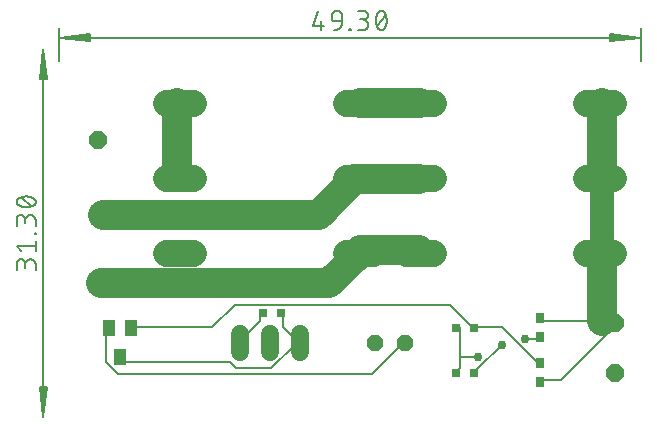
<source format=gbr>
G04 EAGLE Gerber RS-274X export*
G75*
%MOMM*%
%FSLAX34Y34*%
%LPD*%
%INTop Copper*%
%IPPOS*%
%AMOC8*
5,1,8,0,0,1.08239X$1,22.5*%
G01*
%ADD10C,0.130000*%
%ADD11C,0.152400*%
%ADD12C,0.130000*%
%ADD13P,1.429621X8X202.500000*%
%ADD14R,0.800000X0.900000*%
%ADD15P,1.649562X8X22.500000*%
%ADD16C,1.524000*%
%ADD17R,0.800000X0.800000*%
%ADD18R,1.000000X1.400000*%
%ADD19C,2.247900*%
%ADD20C,0.756400*%
%ADD21C,2.500000*%
%ADD22C,0.508000*%
%ADD23C,2.000000*%


D10*
X50000Y708000D02*
X50000Y680500D01*
X543000Y680500D02*
X543000Y708000D01*
X542350Y700000D02*
X50650Y700000D01*
X76000Y703192D01*
X76000Y696808D01*
X50650Y700000D01*
X76000Y701300D01*
X76000Y698700D02*
X50650Y700000D01*
X76000Y702600D01*
X76000Y697400D02*
X50650Y700000D01*
X517000Y703192D02*
X542350Y700000D01*
X517000Y703192D02*
X517000Y696808D01*
X542350Y700000D01*
X517000Y701300D01*
X517000Y698700D02*
X542350Y700000D01*
X517000Y702600D01*
X517000Y697400D02*
X542350Y700000D01*
D11*
X269054Y722763D02*
X265441Y710119D01*
X274472Y710119D01*
X271763Y713732D02*
X271763Y706507D01*
X284685Y713732D02*
X290104Y713732D01*
X284685Y713732D02*
X284567Y713734D01*
X284449Y713740D01*
X284331Y713749D01*
X284214Y713763D01*
X284097Y713780D01*
X283980Y713801D01*
X283865Y713826D01*
X283750Y713855D01*
X283636Y713888D01*
X283524Y713924D01*
X283413Y713964D01*
X283303Y714007D01*
X283194Y714054D01*
X283087Y714104D01*
X282982Y714159D01*
X282879Y714216D01*
X282778Y714277D01*
X282678Y714341D01*
X282581Y714408D01*
X282486Y714478D01*
X282394Y714552D01*
X282303Y714628D01*
X282216Y714708D01*
X282131Y714790D01*
X282049Y714875D01*
X281969Y714962D01*
X281893Y715053D01*
X281819Y715145D01*
X281749Y715240D01*
X281682Y715337D01*
X281618Y715437D01*
X281557Y715538D01*
X281500Y715641D01*
X281445Y715746D01*
X281395Y715853D01*
X281348Y715962D01*
X281305Y716072D01*
X281265Y716183D01*
X281229Y716295D01*
X281196Y716409D01*
X281167Y716524D01*
X281142Y716639D01*
X281121Y716756D01*
X281104Y716873D01*
X281090Y716990D01*
X281081Y717108D01*
X281075Y717226D01*
X281073Y717344D01*
X281073Y718247D01*
X281072Y718247D02*
X281074Y718380D01*
X281080Y718512D01*
X281090Y718644D01*
X281103Y718776D01*
X281121Y718908D01*
X281142Y719038D01*
X281167Y719169D01*
X281196Y719298D01*
X281229Y719426D01*
X281265Y719554D01*
X281305Y719680D01*
X281349Y719805D01*
X281397Y719929D01*
X281448Y720051D01*
X281503Y720172D01*
X281561Y720291D01*
X281623Y720409D01*
X281688Y720524D01*
X281757Y720638D01*
X281828Y720749D01*
X281904Y720858D01*
X281982Y720965D01*
X282063Y721070D01*
X282148Y721172D01*
X282235Y721272D01*
X282325Y721369D01*
X282418Y721464D01*
X282514Y721555D01*
X282612Y721644D01*
X282713Y721730D01*
X282817Y721813D01*
X282923Y721893D01*
X283031Y721969D01*
X283141Y722043D01*
X283254Y722113D01*
X283368Y722180D01*
X283485Y722243D01*
X283603Y722303D01*
X283723Y722360D01*
X283845Y722413D01*
X283968Y722462D01*
X284092Y722508D01*
X284218Y722550D01*
X284345Y722588D01*
X284473Y722623D01*
X284602Y722654D01*
X284731Y722681D01*
X284862Y722704D01*
X284993Y722724D01*
X285125Y722739D01*
X285257Y722751D01*
X285389Y722759D01*
X285522Y722763D01*
X285654Y722763D01*
X285787Y722759D01*
X285919Y722751D01*
X286051Y722739D01*
X286183Y722724D01*
X286314Y722704D01*
X286445Y722681D01*
X286574Y722654D01*
X286703Y722623D01*
X286831Y722588D01*
X286958Y722550D01*
X287084Y722508D01*
X287208Y722462D01*
X287331Y722413D01*
X287453Y722360D01*
X287573Y722303D01*
X287691Y722243D01*
X287808Y722180D01*
X287922Y722113D01*
X288035Y722043D01*
X288145Y721969D01*
X288253Y721893D01*
X288359Y721813D01*
X288463Y721730D01*
X288564Y721644D01*
X288662Y721555D01*
X288758Y721464D01*
X288851Y721369D01*
X288941Y721272D01*
X289028Y721172D01*
X289113Y721070D01*
X289194Y720965D01*
X289272Y720858D01*
X289348Y720749D01*
X289419Y720638D01*
X289488Y720524D01*
X289553Y720409D01*
X289615Y720291D01*
X289673Y720172D01*
X289728Y720051D01*
X289779Y719929D01*
X289827Y719805D01*
X289871Y719680D01*
X289911Y719554D01*
X289947Y719426D01*
X289980Y719298D01*
X290009Y719169D01*
X290034Y719038D01*
X290055Y718908D01*
X290073Y718776D01*
X290086Y718644D01*
X290096Y718512D01*
X290102Y718380D01*
X290104Y718247D01*
X290104Y713732D01*
X290102Y713557D01*
X290096Y713383D01*
X290085Y713209D01*
X290070Y713035D01*
X290051Y712861D01*
X290028Y712688D01*
X290001Y712516D01*
X289969Y712344D01*
X289934Y712173D01*
X289894Y712003D01*
X289850Y711834D01*
X289802Y711666D01*
X289750Y711499D01*
X289694Y711334D01*
X289634Y711170D01*
X289571Y711007D01*
X289503Y710847D01*
X289431Y710687D01*
X289356Y710530D01*
X289276Y710374D01*
X289193Y710221D01*
X289107Y710069D01*
X289016Y709920D01*
X288922Y709773D01*
X288825Y709628D01*
X288724Y709485D01*
X288620Y709345D01*
X288512Y709208D01*
X288401Y709073D01*
X288287Y708941D01*
X288170Y708812D01*
X288049Y708685D01*
X287926Y708562D01*
X287799Y708441D01*
X287670Y708324D01*
X287538Y708210D01*
X287403Y708099D01*
X287266Y707991D01*
X287126Y707887D01*
X286983Y707786D01*
X286838Y707689D01*
X286691Y707595D01*
X286542Y707504D01*
X286390Y707418D01*
X286237Y707335D01*
X286081Y707255D01*
X285924Y707180D01*
X285764Y707108D01*
X285604Y707040D01*
X285441Y706977D01*
X285277Y706917D01*
X285112Y706861D01*
X284945Y706809D01*
X284777Y706761D01*
X284608Y706717D01*
X284438Y706677D01*
X284267Y706642D01*
X284095Y706610D01*
X283923Y706583D01*
X283750Y706560D01*
X283576Y706541D01*
X283402Y706526D01*
X283228Y706515D01*
X283054Y706509D01*
X282879Y706507D01*
X296078Y706507D02*
X296078Y707410D01*
X296981Y707410D01*
X296981Y706507D01*
X296078Y706507D01*
X302956Y706507D02*
X307472Y706507D01*
X307605Y706509D01*
X307737Y706515D01*
X307869Y706525D01*
X308001Y706538D01*
X308133Y706556D01*
X308263Y706577D01*
X308394Y706602D01*
X308523Y706631D01*
X308651Y706664D01*
X308779Y706700D01*
X308905Y706740D01*
X309030Y706784D01*
X309154Y706832D01*
X309276Y706883D01*
X309397Y706938D01*
X309516Y706996D01*
X309634Y707058D01*
X309749Y707123D01*
X309863Y707192D01*
X309974Y707263D01*
X310083Y707339D01*
X310190Y707417D01*
X310295Y707498D01*
X310397Y707583D01*
X310497Y707670D01*
X310594Y707760D01*
X310689Y707853D01*
X310780Y707949D01*
X310869Y708047D01*
X310955Y708148D01*
X311038Y708252D01*
X311118Y708358D01*
X311194Y708466D01*
X311268Y708576D01*
X311338Y708689D01*
X311405Y708803D01*
X311468Y708920D01*
X311528Y709038D01*
X311585Y709158D01*
X311638Y709280D01*
X311687Y709403D01*
X311733Y709527D01*
X311775Y709653D01*
X311813Y709780D01*
X311848Y709908D01*
X311879Y710037D01*
X311906Y710166D01*
X311929Y710297D01*
X311949Y710428D01*
X311964Y710560D01*
X311976Y710692D01*
X311984Y710824D01*
X311988Y710957D01*
X311988Y711089D01*
X311984Y711222D01*
X311976Y711354D01*
X311964Y711486D01*
X311949Y711618D01*
X311929Y711749D01*
X311906Y711880D01*
X311879Y712009D01*
X311848Y712138D01*
X311813Y712266D01*
X311775Y712393D01*
X311733Y712519D01*
X311687Y712643D01*
X311638Y712766D01*
X311585Y712888D01*
X311528Y713008D01*
X311468Y713126D01*
X311405Y713243D01*
X311338Y713357D01*
X311268Y713470D01*
X311194Y713580D01*
X311118Y713688D01*
X311038Y713794D01*
X310955Y713898D01*
X310869Y713999D01*
X310780Y714097D01*
X310689Y714193D01*
X310594Y714286D01*
X310497Y714376D01*
X310397Y714463D01*
X310295Y714548D01*
X310190Y714629D01*
X310083Y714707D01*
X309974Y714783D01*
X309863Y714854D01*
X309749Y714923D01*
X309634Y714988D01*
X309516Y715050D01*
X309397Y715108D01*
X309276Y715163D01*
X309154Y715214D01*
X309030Y715262D01*
X308905Y715306D01*
X308779Y715346D01*
X308651Y715382D01*
X308523Y715415D01*
X308394Y715444D01*
X308263Y715469D01*
X308133Y715490D01*
X308001Y715508D01*
X307869Y715521D01*
X307737Y715531D01*
X307605Y715537D01*
X307472Y715539D01*
X308375Y722763D02*
X302956Y722763D01*
X308375Y722763D02*
X308494Y722761D01*
X308614Y722755D01*
X308733Y722745D01*
X308851Y722731D01*
X308970Y722714D01*
X309087Y722692D01*
X309204Y722667D01*
X309319Y722637D01*
X309434Y722604D01*
X309548Y722567D01*
X309660Y722527D01*
X309771Y722482D01*
X309880Y722434D01*
X309988Y722383D01*
X310094Y722328D01*
X310198Y722269D01*
X310300Y722207D01*
X310400Y722142D01*
X310498Y722073D01*
X310594Y722001D01*
X310687Y721926D01*
X310777Y721849D01*
X310865Y721768D01*
X310950Y721684D01*
X311032Y721597D01*
X311112Y721508D01*
X311188Y721416D01*
X311262Y721322D01*
X311332Y721225D01*
X311399Y721127D01*
X311463Y721026D01*
X311523Y720922D01*
X311580Y720817D01*
X311633Y720710D01*
X311683Y720602D01*
X311729Y720492D01*
X311771Y720380D01*
X311810Y720267D01*
X311845Y720153D01*
X311876Y720038D01*
X311904Y719921D01*
X311927Y719804D01*
X311947Y719687D01*
X311963Y719568D01*
X311975Y719449D01*
X311983Y719330D01*
X311987Y719211D01*
X311987Y719091D01*
X311983Y718972D01*
X311975Y718853D01*
X311963Y718734D01*
X311947Y718615D01*
X311927Y718498D01*
X311904Y718381D01*
X311876Y718264D01*
X311845Y718149D01*
X311810Y718035D01*
X311771Y717922D01*
X311729Y717810D01*
X311683Y717700D01*
X311633Y717592D01*
X311580Y717485D01*
X311523Y717380D01*
X311463Y717276D01*
X311399Y717175D01*
X311332Y717077D01*
X311262Y716980D01*
X311188Y716886D01*
X311112Y716794D01*
X311032Y716705D01*
X310950Y716618D01*
X310865Y716534D01*
X310777Y716453D01*
X310687Y716376D01*
X310594Y716301D01*
X310498Y716229D01*
X310400Y716160D01*
X310300Y716095D01*
X310198Y716033D01*
X310094Y715974D01*
X309988Y715919D01*
X309880Y715868D01*
X309771Y715820D01*
X309660Y715775D01*
X309548Y715735D01*
X309434Y715698D01*
X309319Y715665D01*
X309204Y715635D01*
X309087Y715610D01*
X308970Y715588D01*
X308851Y715571D01*
X308733Y715557D01*
X308614Y715547D01*
X308494Y715541D01*
X308375Y715539D01*
X308375Y715538D02*
X304762Y715538D01*
X318588Y714635D02*
X318592Y714955D01*
X318603Y715274D01*
X318622Y715594D01*
X318649Y715912D01*
X318683Y716230D01*
X318725Y716547D01*
X318775Y716863D01*
X318832Y717178D01*
X318896Y717491D01*
X318968Y717803D01*
X319047Y718113D01*
X319134Y718420D01*
X319228Y718726D01*
X319329Y719029D01*
X319438Y719330D01*
X319553Y719628D01*
X319676Y719924D01*
X319806Y720216D01*
X319943Y720505D01*
X319942Y720506D02*
X319981Y720614D01*
X320024Y720721D01*
X320070Y720826D01*
X320121Y720930D01*
X320174Y721032D01*
X320231Y721132D01*
X320292Y721230D01*
X320356Y721325D01*
X320423Y721419D01*
X320494Y721510D01*
X320567Y721599D01*
X320644Y721685D01*
X320723Y721768D01*
X320805Y721849D01*
X320890Y721927D01*
X320978Y722001D01*
X321068Y722073D01*
X321160Y722141D01*
X321255Y722207D01*
X321352Y722269D01*
X321451Y722327D01*
X321553Y722383D01*
X321655Y722434D01*
X321760Y722482D01*
X321866Y722527D01*
X321974Y722568D01*
X322083Y722605D01*
X322193Y722638D01*
X322305Y722667D01*
X322417Y722693D01*
X322530Y722715D01*
X322644Y722732D01*
X322758Y722746D01*
X322873Y722756D01*
X322988Y722762D01*
X323103Y722764D01*
X323103Y722763D02*
X323218Y722761D01*
X323333Y722755D01*
X323448Y722745D01*
X323562Y722731D01*
X323676Y722714D01*
X323789Y722692D01*
X323901Y722666D01*
X324013Y722637D01*
X324123Y722604D01*
X324232Y722567D01*
X324340Y722526D01*
X324446Y722481D01*
X324551Y722433D01*
X324653Y722382D01*
X324754Y722326D01*
X324854Y722268D01*
X324951Y722206D01*
X325045Y722141D01*
X325138Y722072D01*
X325228Y722000D01*
X325316Y721926D01*
X325401Y721848D01*
X325483Y721767D01*
X325562Y721684D01*
X325639Y721598D01*
X325712Y721509D01*
X325783Y721418D01*
X325850Y721324D01*
X325914Y721229D01*
X325975Y721131D01*
X326032Y721031D01*
X326085Y720929D01*
X326136Y720825D01*
X326182Y720720D01*
X326225Y720613D01*
X326264Y720505D01*
X326263Y720505D02*
X326400Y720216D01*
X326530Y719924D01*
X326653Y719628D01*
X326768Y719330D01*
X326877Y719029D01*
X326978Y718726D01*
X327072Y718420D01*
X327159Y718113D01*
X327238Y717803D01*
X327310Y717491D01*
X327374Y717178D01*
X327431Y716863D01*
X327481Y716547D01*
X327523Y716230D01*
X327557Y715912D01*
X327584Y715594D01*
X327603Y715274D01*
X327614Y714955D01*
X327618Y714635D01*
X318588Y714635D02*
X318592Y714315D01*
X318603Y713996D01*
X318622Y713676D01*
X318649Y713358D01*
X318683Y713040D01*
X318725Y712723D01*
X318775Y712407D01*
X318832Y712092D01*
X318896Y711779D01*
X318968Y711467D01*
X319047Y711157D01*
X319134Y710850D01*
X319228Y710544D01*
X319329Y710241D01*
X319438Y709940D01*
X319553Y709642D01*
X319676Y709346D01*
X319806Y709054D01*
X319943Y708765D01*
X319942Y708765D02*
X319981Y708657D01*
X320024Y708550D01*
X320070Y708445D01*
X320121Y708341D01*
X320174Y708239D01*
X320231Y708139D01*
X320292Y708041D01*
X320356Y707946D01*
X320423Y707852D01*
X320494Y707761D01*
X320567Y707672D01*
X320644Y707586D01*
X320723Y707503D01*
X320805Y707422D01*
X320890Y707344D01*
X320978Y707270D01*
X321068Y707198D01*
X321161Y707129D01*
X321255Y707064D01*
X321352Y707002D01*
X321452Y706944D01*
X321553Y706888D01*
X321655Y706837D01*
X321760Y706789D01*
X321866Y706744D01*
X321974Y706703D01*
X322083Y706666D01*
X322193Y706633D01*
X322305Y706604D01*
X322417Y706578D01*
X322530Y706556D01*
X322644Y706539D01*
X322758Y706525D01*
X322873Y706515D01*
X322988Y706509D01*
X323103Y706507D01*
X326263Y708765D02*
X326400Y709054D01*
X326530Y709346D01*
X326653Y709642D01*
X326768Y709940D01*
X326877Y710241D01*
X326978Y710544D01*
X327072Y710850D01*
X327159Y711157D01*
X327238Y711467D01*
X327310Y711779D01*
X327374Y712092D01*
X327431Y712407D01*
X327481Y712723D01*
X327523Y713040D01*
X327557Y713358D01*
X327584Y713676D01*
X327603Y713996D01*
X327614Y714315D01*
X327618Y714635D01*
X326264Y708765D02*
X326225Y708657D01*
X326182Y708550D01*
X326136Y708445D01*
X326085Y708341D01*
X326032Y708239D01*
X325975Y708139D01*
X325914Y708041D01*
X325850Y707946D01*
X325783Y707852D01*
X325712Y707761D01*
X325639Y707672D01*
X325562Y707586D01*
X325483Y707503D01*
X325401Y707422D01*
X325316Y707344D01*
X325228Y707270D01*
X325138Y707198D01*
X325045Y707129D01*
X324951Y707064D01*
X324854Y707002D01*
X324754Y706944D01*
X324653Y706888D01*
X324550Y706837D01*
X324446Y706789D01*
X324340Y706744D01*
X324232Y706703D01*
X324123Y706666D01*
X324013Y706633D01*
X323901Y706604D01*
X323789Y706578D01*
X323676Y706556D01*
X323562Y706539D01*
X323448Y706525D01*
X323333Y706515D01*
X323218Y706509D01*
X323103Y706507D01*
X319491Y710119D02*
X326715Y719151D01*
D12*
X37000Y691000D03*
X37000Y378000D03*
D10*
X37000Y378650D02*
X37000Y690350D01*
X33808Y665000D01*
X40192Y665000D01*
X37000Y690350D01*
X35700Y665000D01*
X38300Y665000D02*
X37000Y690350D01*
X34400Y665000D01*
X39600Y665000D02*
X37000Y690350D01*
X33808Y404000D02*
X37000Y378650D01*
X33808Y404000D02*
X40192Y404000D01*
X37000Y378650D01*
X35700Y404000D01*
X38300Y404000D02*
X37000Y378650D01*
X34400Y404000D01*
X39600Y404000D02*
X37000Y378650D01*
D11*
X30493Y503441D02*
X30493Y507957D01*
X30491Y508090D01*
X30485Y508222D01*
X30475Y508354D01*
X30462Y508486D01*
X30444Y508618D01*
X30423Y508748D01*
X30398Y508879D01*
X30369Y509008D01*
X30336Y509136D01*
X30300Y509264D01*
X30260Y509390D01*
X30216Y509515D01*
X30168Y509639D01*
X30117Y509761D01*
X30062Y509882D01*
X30004Y510001D01*
X29942Y510119D01*
X29877Y510234D01*
X29808Y510348D01*
X29737Y510459D01*
X29661Y510568D01*
X29583Y510675D01*
X29502Y510780D01*
X29417Y510882D01*
X29330Y510982D01*
X29240Y511079D01*
X29147Y511174D01*
X29051Y511265D01*
X28953Y511354D01*
X28852Y511440D01*
X28748Y511523D01*
X28642Y511603D01*
X28534Y511679D01*
X28424Y511753D01*
X28311Y511823D01*
X28197Y511890D01*
X28080Y511953D01*
X27962Y512013D01*
X27842Y512070D01*
X27720Y512123D01*
X27597Y512172D01*
X27473Y512218D01*
X27347Y512260D01*
X27220Y512298D01*
X27092Y512333D01*
X26963Y512364D01*
X26834Y512391D01*
X26703Y512414D01*
X26572Y512434D01*
X26440Y512449D01*
X26308Y512461D01*
X26176Y512469D01*
X26043Y512473D01*
X25911Y512473D01*
X25778Y512469D01*
X25646Y512461D01*
X25514Y512449D01*
X25382Y512434D01*
X25251Y512414D01*
X25120Y512391D01*
X24991Y512364D01*
X24862Y512333D01*
X24734Y512298D01*
X24607Y512260D01*
X24481Y512218D01*
X24357Y512172D01*
X24234Y512123D01*
X24112Y512070D01*
X23992Y512013D01*
X23874Y511953D01*
X23757Y511890D01*
X23643Y511823D01*
X23530Y511753D01*
X23420Y511679D01*
X23312Y511603D01*
X23206Y511523D01*
X23102Y511440D01*
X23001Y511354D01*
X22903Y511265D01*
X22807Y511174D01*
X22714Y511079D01*
X22624Y510982D01*
X22537Y510882D01*
X22452Y510780D01*
X22371Y510675D01*
X22293Y510568D01*
X22217Y510459D01*
X22146Y510348D01*
X22077Y510234D01*
X22012Y510119D01*
X21950Y510001D01*
X21892Y509882D01*
X21837Y509761D01*
X21786Y509639D01*
X21738Y509515D01*
X21694Y509390D01*
X21654Y509264D01*
X21618Y509136D01*
X21585Y509008D01*
X21556Y508879D01*
X21531Y508748D01*
X21510Y508618D01*
X21492Y508486D01*
X21479Y508354D01*
X21469Y508222D01*
X21463Y508090D01*
X21461Y507957D01*
X14237Y508860D02*
X14237Y503441D01*
X14237Y508860D02*
X14239Y508979D01*
X14245Y509099D01*
X14255Y509218D01*
X14269Y509336D01*
X14286Y509455D01*
X14308Y509572D01*
X14333Y509689D01*
X14363Y509804D01*
X14396Y509919D01*
X14433Y510033D01*
X14473Y510145D01*
X14518Y510256D01*
X14566Y510365D01*
X14617Y510473D01*
X14672Y510579D01*
X14731Y510683D01*
X14793Y510785D01*
X14858Y510885D01*
X14927Y510983D01*
X14999Y511079D01*
X15074Y511172D01*
X15151Y511262D01*
X15232Y511350D01*
X15316Y511435D01*
X15403Y511517D01*
X15492Y511597D01*
X15584Y511673D01*
X15678Y511747D01*
X15775Y511817D01*
X15873Y511884D01*
X15974Y511948D01*
X16078Y512008D01*
X16183Y512065D01*
X16290Y512118D01*
X16398Y512168D01*
X16508Y512214D01*
X16620Y512256D01*
X16733Y512295D01*
X16847Y512330D01*
X16962Y512361D01*
X17079Y512389D01*
X17196Y512412D01*
X17313Y512432D01*
X17432Y512448D01*
X17551Y512460D01*
X17670Y512468D01*
X17789Y512472D01*
X17909Y512472D01*
X18028Y512468D01*
X18147Y512460D01*
X18266Y512448D01*
X18385Y512432D01*
X18502Y512412D01*
X18619Y512389D01*
X18736Y512361D01*
X18851Y512330D01*
X18965Y512295D01*
X19078Y512256D01*
X19190Y512214D01*
X19300Y512168D01*
X19408Y512118D01*
X19515Y512065D01*
X19620Y512008D01*
X19724Y511948D01*
X19825Y511884D01*
X19923Y511817D01*
X20020Y511747D01*
X20114Y511673D01*
X20206Y511597D01*
X20295Y511517D01*
X20382Y511435D01*
X20466Y511350D01*
X20547Y511262D01*
X20624Y511172D01*
X20699Y511079D01*
X20771Y510983D01*
X20840Y510885D01*
X20905Y510785D01*
X20967Y510683D01*
X21026Y510579D01*
X21081Y510473D01*
X21132Y510365D01*
X21180Y510256D01*
X21225Y510145D01*
X21265Y510033D01*
X21302Y509919D01*
X21335Y509804D01*
X21365Y509689D01*
X21390Y509572D01*
X21412Y509455D01*
X21429Y509336D01*
X21443Y509218D01*
X21453Y509099D01*
X21459Y508979D01*
X21461Y508860D01*
X21462Y508860D02*
X21462Y505248D01*
X17849Y519073D02*
X14237Y523588D01*
X30493Y523588D01*
X30493Y519073D02*
X30493Y528104D01*
X30493Y534078D02*
X29590Y534078D01*
X29590Y534981D01*
X30493Y534981D01*
X30493Y534078D01*
X30493Y540956D02*
X30493Y545472D01*
X30491Y545605D01*
X30485Y545737D01*
X30475Y545869D01*
X30462Y546001D01*
X30444Y546133D01*
X30423Y546263D01*
X30398Y546394D01*
X30369Y546523D01*
X30336Y546651D01*
X30300Y546779D01*
X30260Y546905D01*
X30216Y547030D01*
X30168Y547154D01*
X30117Y547276D01*
X30062Y547397D01*
X30004Y547516D01*
X29942Y547634D01*
X29877Y547749D01*
X29808Y547863D01*
X29737Y547974D01*
X29661Y548083D01*
X29583Y548190D01*
X29502Y548295D01*
X29417Y548397D01*
X29330Y548497D01*
X29240Y548594D01*
X29147Y548689D01*
X29051Y548780D01*
X28953Y548869D01*
X28852Y548955D01*
X28748Y549038D01*
X28642Y549118D01*
X28534Y549194D01*
X28424Y549268D01*
X28311Y549338D01*
X28197Y549405D01*
X28080Y549468D01*
X27962Y549528D01*
X27842Y549585D01*
X27720Y549638D01*
X27597Y549687D01*
X27473Y549733D01*
X27347Y549775D01*
X27220Y549813D01*
X27092Y549848D01*
X26963Y549879D01*
X26834Y549906D01*
X26703Y549929D01*
X26572Y549949D01*
X26440Y549964D01*
X26308Y549976D01*
X26176Y549984D01*
X26043Y549988D01*
X25911Y549988D01*
X25778Y549984D01*
X25646Y549976D01*
X25514Y549964D01*
X25382Y549949D01*
X25251Y549929D01*
X25120Y549906D01*
X24991Y549879D01*
X24862Y549848D01*
X24734Y549813D01*
X24607Y549775D01*
X24481Y549733D01*
X24357Y549687D01*
X24234Y549638D01*
X24112Y549585D01*
X23992Y549528D01*
X23874Y549468D01*
X23757Y549405D01*
X23643Y549338D01*
X23530Y549268D01*
X23420Y549194D01*
X23312Y549118D01*
X23206Y549038D01*
X23102Y548955D01*
X23001Y548869D01*
X22903Y548780D01*
X22807Y548689D01*
X22714Y548594D01*
X22624Y548497D01*
X22537Y548397D01*
X22452Y548295D01*
X22371Y548190D01*
X22293Y548083D01*
X22217Y547974D01*
X22146Y547863D01*
X22077Y547749D01*
X22012Y547634D01*
X21950Y547516D01*
X21892Y547397D01*
X21837Y547276D01*
X21786Y547154D01*
X21738Y547030D01*
X21694Y546905D01*
X21654Y546779D01*
X21618Y546651D01*
X21585Y546523D01*
X21556Y546394D01*
X21531Y546263D01*
X21510Y546133D01*
X21492Y546001D01*
X21479Y545869D01*
X21469Y545737D01*
X21463Y545605D01*
X21461Y545472D01*
X14237Y546375D02*
X14237Y540956D01*
X14237Y546375D02*
X14239Y546494D01*
X14245Y546614D01*
X14255Y546733D01*
X14269Y546851D01*
X14286Y546970D01*
X14308Y547087D01*
X14333Y547204D01*
X14363Y547319D01*
X14396Y547434D01*
X14433Y547548D01*
X14473Y547660D01*
X14518Y547771D01*
X14566Y547880D01*
X14617Y547988D01*
X14672Y548094D01*
X14731Y548198D01*
X14793Y548300D01*
X14858Y548400D01*
X14927Y548498D01*
X14999Y548594D01*
X15074Y548687D01*
X15151Y548777D01*
X15232Y548865D01*
X15316Y548950D01*
X15403Y549032D01*
X15492Y549112D01*
X15584Y549188D01*
X15678Y549262D01*
X15775Y549332D01*
X15873Y549399D01*
X15974Y549463D01*
X16078Y549523D01*
X16183Y549580D01*
X16290Y549633D01*
X16398Y549683D01*
X16508Y549729D01*
X16620Y549771D01*
X16733Y549810D01*
X16847Y549845D01*
X16962Y549876D01*
X17079Y549904D01*
X17196Y549927D01*
X17313Y549947D01*
X17432Y549963D01*
X17551Y549975D01*
X17670Y549983D01*
X17789Y549987D01*
X17909Y549987D01*
X18028Y549983D01*
X18147Y549975D01*
X18266Y549963D01*
X18385Y549947D01*
X18502Y549927D01*
X18619Y549904D01*
X18736Y549876D01*
X18851Y549845D01*
X18965Y549810D01*
X19078Y549771D01*
X19190Y549729D01*
X19300Y549683D01*
X19408Y549633D01*
X19515Y549580D01*
X19620Y549523D01*
X19724Y549463D01*
X19825Y549399D01*
X19923Y549332D01*
X20020Y549262D01*
X20114Y549188D01*
X20206Y549112D01*
X20295Y549032D01*
X20382Y548950D01*
X20466Y548865D01*
X20547Y548777D01*
X20624Y548687D01*
X20699Y548594D01*
X20771Y548498D01*
X20840Y548400D01*
X20905Y548300D01*
X20967Y548198D01*
X21026Y548094D01*
X21081Y547988D01*
X21132Y547880D01*
X21180Y547771D01*
X21225Y547660D01*
X21265Y547548D01*
X21302Y547434D01*
X21335Y547319D01*
X21365Y547204D01*
X21390Y547087D01*
X21412Y546970D01*
X21429Y546851D01*
X21443Y546733D01*
X21453Y546614D01*
X21459Y546494D01*
X21461Y546375D01*
X21462Y546375D02*
X21462Y542762D01*
X22365Y556588D02*
X22045Y556592D01*
X21726Y556603D01*
X21406Y556622D01*
X21088Y556649D01*
X20770Y556683D01*
X20453Y556725D01*
X20137Y556775D01*
X19822Y556832D01*
X19509Y556896D01*
X19197Y556968D01*
X18887Y557047D01*
X18580Y557134D01*
X18274Y557228D01*
X17971Y557329D01*
X17670Y557438D01*
X17372Y557553D01*
X17076Y557676D01*
X16784Y557806D01*
X16495Y557943D01*
X16494Y557943D02*
X16386Y557982D01*
X16279Y558025D01*
X16174Y558071D01*
X16071Y558121D01*
X15969Y558175D01*
X15869Y558232D01*
X15771Y558293D01*
X15675Y558357D01*
X15582Y558424D01*
X15491Y558494D01*
X15402Y558568D01*
X15316Y558644D01*
X15233Y558724D01*
X15152Y558806D01*
X15074Y558891D01*
X15000Y558978D01*
X14928Y559069D01*
X14859Y559161D01*
X14794Y559256D01*
X14732Y559353D01*
X14673Y559452D01*
X14618Y559553D01*
X14567Y559656D01*
X14519Y559761D01*
X14474Y559867D01*
X14433Y559974D01*
X14396Y560083D01*
X14363Y560194D01*
X14334Y560305D01*
X14308Y560417D01*
X14286Y560530D01*
X14269Y560644D01*
X14255Y560758D01*
X14245Y560873D01*
X14239Y560988D01*
X14237Y561103D01*
X14239Y561218D01*
X14245Y561333D01*
X14255Y561448D01*
X14269Y561562D01*
X14286Y561676D01*
X14308Y561789D01*
X14334Y561901D01*
X14363Y562013D01*
X14396Y562123D01*
X14433Y562232D01*
X14474Y562340D01*
X14519Y562446D01*
X14567Y562551D01*
X14618Y562653D01*
X14674Y562755D01*
X14732Y562854D01*
X14794Y562951D01*
X14860Y563046D01*
X14928Y563138D01*
X15000Y563228D01*
X15074Y563316D01*
X15152Y563401D01*
X15233Y563483D01*
X15316Y563562D01*
X15402Y563639D01*
X15491Y563712D01*
X15582Y563783D01*
X15676Y563850D01*
X15771Y563914D01*
X15869Y563975D01*
X15969Y564032D01*
X16071Y564085D01*
X16175Y564136D01*
X16280Y564182D01*
X16387Y564225D01*
X16495Y564264D01*
X16495Y564263D02*
X16784Y564400D01*
X17076Y564530D01*
X17372Y564653D01*
X17670Y564768D01*
X17971Y564877D01*
X18274Y564978D01*
X18580Y565072D01*
X18887Y565159D01*
X19197Y565238D01*
X19509Y565310D01*
X19822Y565374D01*
X20137Y565431D01*
X20453Y565481D01*
X20770Y565523D01*
X21088Y565557D01*
X21406Y565584D01*
X21726Y565603D01*
X22045Y565614D01*
X22365Y565618D01*
X22365Y556588D02*
X22685Y556592D01*
X23004Y556603D01*
X23324Y556622D01*
X23642Y556649D01*
X23960Y556683D01*
X24277Y556725D01*
X24593Y556775D01*
X24908Y556832D01*
X25221Y556896D01*
X25533Y556968D01*
X25843Y557047D01*
X26150Y557134D01*
X26456Y557228D01*
X26759Y557329D01*
X27060Y557438D01*
X27358Y557553D01*
X27654Y557676D01*
X27946Y557806D01*
X28235Y557943D01*
X28236Y557942D02*
X28344Y557981D01*
X28451Y558024D01*
X28556Y558070D01*
X28660Y558121D01*
X28762Y558174D01*
X28862Y558231D01*
X28960Y558292D01*
X29055Y558356D01*
X29149Y558423D01*
X29240Y558494D01*
X29329Y558567D01*
X29415Y558644D01*
X29498Y558723D01*
X29579Y558805D01*
X29657Y558890D01*
X29731Y558978D01*
X29803Y559068D01*
X29872Y559161D01*
X29937Y559255D01*
X29999Y559352D01*
X30057Y559452D01*
X30113Y559553D01*
X30164Y559655D01*
X30212Y559760D01*
X30257Y559866D01*
X30298Y559974D01*
X30335Y560083D01*
X30368Y560193D01*
X30397Y560305D01*
X30423Y560417D01*
X30445Y560530D01*
X30462Y560644D01*
X30476Y560758D01*
X30486Y560873D01*
X30492Y560988D01*
X30494Y561103D01*
X28235Y564263D02*
X27946Y564400D01*
X27654Y564530D01*
X27358Y564653D01*
X27060Y564768D01*
X26759Y564877D01*
X26456Y564978D01*
X26150Y565072D01*
X25843Y565159D01*
X25533Y565238D01*
X25221Y565310D01*
X24908Y565374D01*
X24593Y565431D01*
X24277Y565481D01*
X23960Y565523D01*
X23642Y565557D01*
X23324Y565584D01*
X23004Y565603D01*
X22685Y565614D01*
X22365Y565618D01*
X28235Y564264D02*
X28343Y564225D01*
X28450Y564182D01*
X28555Y564136D01*
X28659Y564085D01*
X28761Y564032D01*
X28861Y563975D01*
X28959Y563914D01*
X29054Y563850D01*
X29148Y563783D01*
X29239Y563712D01*
X29328Y563639D01*
X29414Y563562D01*
X29497Y563483D01*
X29578Y563401D01*
X29656Y563316D01*
X29730Y563228D01*
X29802Y563138D01*
X29871Y563045D01*
X29936Y562951D01*
X29998Y562854D01*
X30056Y562754D01*
X30112Y562653D01*
X30163Y562550D01*
X30211Y562446D01*
X30256Y562340D01*
X30297Y562232D01*
X30334Y562123D01*
X30367Y562013D01*
X30396Y561901D01*
X30422Y561789D01*
X30444Y561676D01*
X30461Y561562D01*
X30475Y561448D01*
X30485Y561333D01*
X30491Y561218D01*
X30493Y561103D01*
X26881Y557491D02*
X17849Y564715D01*
D13*
X342900Y441800D03*
X317500Y441800D03*
D14*
X457200Y462438D03*
X457200Y446562D03*
X457200Y424338D03*
X457200Y408462D03*
D15*
X520700Y458310D03*
X520700Y416400D03*
D16*
X254000Y434180D02*
X254000Y449420D01*
X228600Y449420D02*
X228600Y434180D01*
X203200Y434180D02*
X203200Y449420D01*
D17*
X386080Y416400D03*
X401320Y416400D03*
X222980Y466900D03*
X238220Y466900D03*
X386080Y454500D03*
X401320Y454500D03*
D18*
X111100Y453800D03*
X101600Y429800D03*
X92100Y453800D03*
D19*
X293561Y645000D02*
X316040Y645000D01*
X163640Y645000D02*
X141161Y645000D01*
X496761Y645000D02*
X519240Y645000D01*
X366840Y645000D02*
X344361Y645000D01*
X316040Y581500D02*
X293561Y581500D01*
X163640Y581500D02*
X141161Y581500D01*
X496761Y581500D02*
X519240Y581500D01*
X366840Y581500D02*
X344361Y581500D01*
X316040Y518000D02*
X293561Y518000D01*
X163640Y518000D02*
X141161Y518000D01*
X496761Y518000D02*
X519240Y518000D01*
X366840Y518000D02*
X344361Y518000D01*
D15*
X83000Y613000D03*
X85000Y552000D03*
X86000Y492000D03*
D11*
X390000Y455000D02*
X390000Y430000D01*
X390000Y420000D01*
X386080Y416400D01*
X386080Y454500D02*
X390000Y455000D01*
X390000Y430000D02*
X405000Y430000D01*
D20*
X405000Y430000D03*
D11*
X240000Y455000D02*
X240000Y466947D01*
X240000Y455000D02*
X250000Y445000D01*
X240000Y466947D02*
X238220Y466900D01*
X250000Y445000D02*
X254000Y441800D01*
X195000Y425000D02*
X105000Y425000D01*
X195000Y425000D02*
X200000Y420000D01*
X230000Y420000D01*
X250000Y440000D01*
X105000Y425000D02*
X101600Y429800D01*
X250000Y440000D02*
X254000Y441800D01*
X405000Y455000D02*
X425000Y455000D01*
X455000Y425000D01*
X405000Y455000D02*
X401320Y454500D01*
X455000Y425000D02*
X457200Y424338D01*
X180000Y455000D02*
X115000Y455000D01*
X180000Y455000D02*
X199000Y474000D01*
X381000Y474000D01*
X400000Y455000D01*
X115000Y455000D02*
X111100Y453800D01*
X400000Y455000D02*
X401320Y454500D01*
X425000Y440000D02*
X405000Y420000D01*
X445000Y445000D02*
X455000Y445000D01*
X405000Y420000D02*
X401320Y416400D01*
X455000Y445000D02*
X457200Y446562D01*
D20*
X425000Y440000D03*
X445000Y445000D03*
D21*
X300000Y580000D02*
X270000Y550000D01*
D11*
X300000Y580000D02*
X304800Y581500D01*
D21*
X305000Y580000D02*
X355000Y580000D01*
D11*
X355600Y581500D01*
X305000Y580000D02*
X304800Y581500D01*
D21*
X270000Y550000D02*
X87000Y550000D01*
D22*
X85000Y552000D01*
D21*
X278800Y492000D02*
X304800Y518000D01*
X278800Y492000D02*
X123493Y492000D01*
X305000Y520000D02*
X355000Y520000D01*
D11*
X355600Y518000D01*
X305000Y520000D02*
X304800Y518000D01*
D21*
X123493Y492000D02*
X86000Y492000D01*
D11*
X90000Y450000D02*
X90000Y425000D01*
X100000Y415000D01*
X315000Y415000D01*
X340000Y440000D01*
X92100Y453800D02*
X90000Y450000D01*
X340000Y440000D02*
X342900Y441800D01*
X460000Y410000D02*
X475000Y410000D01*
X520000Y455000D01*
X460000Y410000D02*
X457200Y408462D01*
X520000Y455000D02*
X520700Y458310D01*
X520000Y460000D02*
X510000Y460000D01*
X460000Y460000D01*
X457200Y462438D01*
X520000Y460000D02*
X520700Y458310D01*
D21*
X510000Y460000D02*
X510000Y515000D01*
D11*
X508000Y518000D01*
D23*
X510000Y520000D02*
X510000Y580000D01*
D11*
X508000Y581500D01*
X510000Y520000D02*
X508000Y518000D01*
D21*
X510000Y585000D02*
X510000Y645000D01*
D11*
X508000Y645000D01*
X510000Y585000D02*
X508000Y581500D01*
X220000Y467204D02*
X220000Y460000D01*
X205000Y445000D01*
X220000Y467204D02*
X222980Y466900D01*
X205000Y445000D02*
X203200Y441800D01*
D21*
X150000Y585000D02*
X150000Y645000D01*
D11*
X152400Y645000D01*
X150000Y585000D02*
X152400Y581500D01*
D21*
X304800Y645000D02*
X355600Y645000D01*
M02*

</source>
